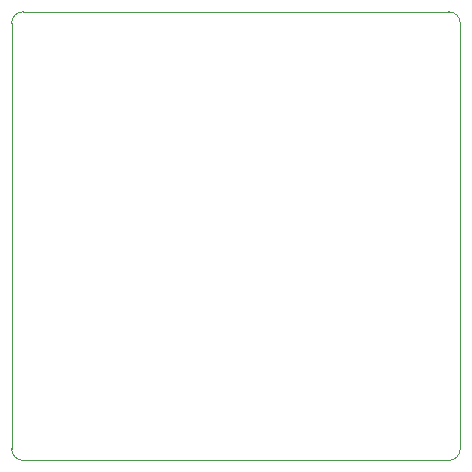
<source format=gbr>
%TF.GenerationSoftware,KiCad,Pcbnew,8.0.5*%
%TF.CreationDate,2024-12-24T21:51:09+03:00*%
%TF.ProjectId,BLR8812AF1 baseboard,424c5238-3831-4324-9146-312062617365,rev?*%
%TF.SameCoordinates,Original*%
%TF.FileFunction,Profile,NP*%
%FSLAX46Y46*%
G04 Gerber Fmt 4.6, Leading zero omitted, Abs format (unit mm)*
G04 Created by KiCad (PCBNEW 8.0.5) date 2024-12-24 21:51:09*
%MOMM*%
%LPD*%
G01*
G04 APERTURE LIST*
%TA.AperFunction,Profile*%
%ADD10C,0.050000*%
%TD*%
G04 APERTURE END LIST*
D10*
X50646000Y-63466000D02*
X50646000Y-27466000D01*
X87646000Y-64466000D02*
X51646000Y-64466000D01*
X51646000Y-64466000D02*
G75*
G02*
X50646000Y-63466000I0J1000000D01*
G01*
X88646000Y-63466000D02*
G75*
G02*
X87646000Y-64466000I-1000000J0D01*
G01*
X87646000Y-26466000D02*
G75*
G02*
X88646000Y-27466000I0J-1000000D01*
G01*
X88646000Y-27466000D02*
X88646000Y-63466000D01*
X50646000Y-27466000D02*
G75*
G02*
X51646000Y-26466000I1000000J0D01*
G01*
X51646000Y-26466000D02*
X87646000Y-26466000D01*
M02*

</source>
